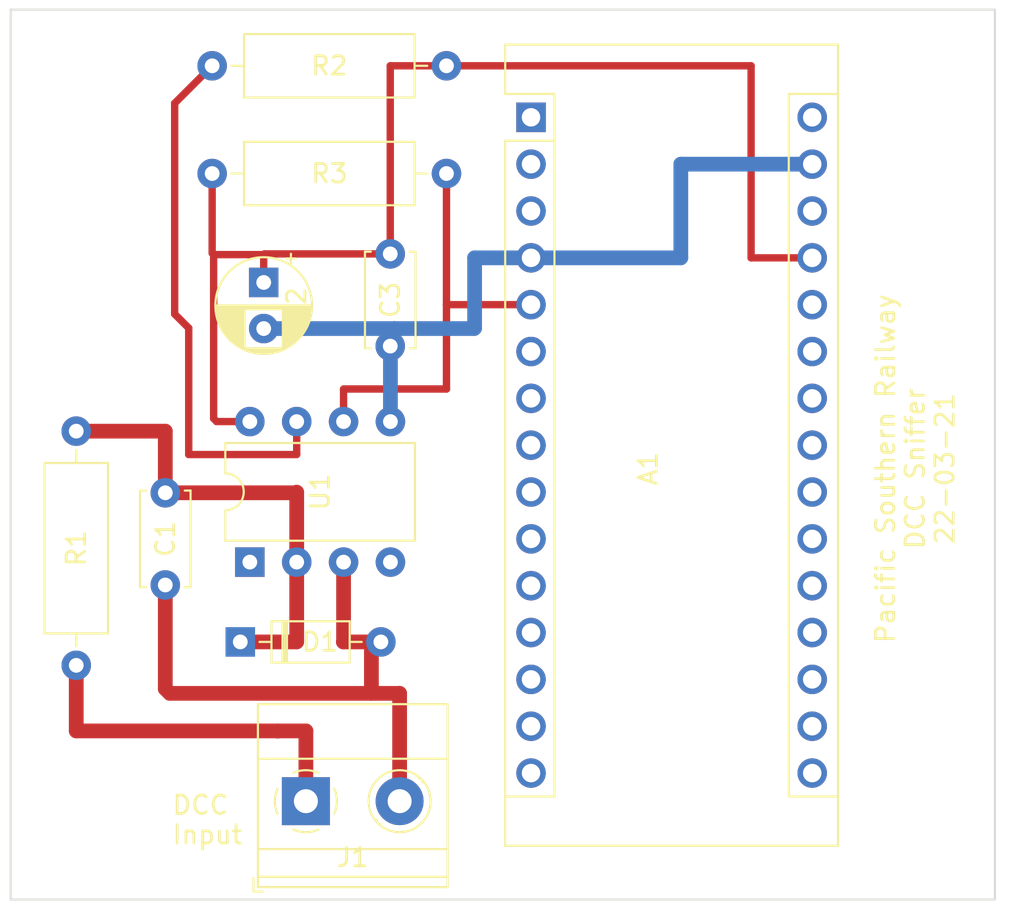
<source format=kicad_pcb>
(kicad_pcb (version 20240108) (generator "pcbnew") (generator_version "8.0")
  (layers (0 "F.Cu" signal) (31 "B.Cu" signal) (34 "B.Paste" user) (35 "F.Paste" user) (36 "B.SilkS" user "B.Silkscreen") (37 "F.SilkS" user "F.Silkscreen") (38 "B.Mask" user) (39 "F.Mask" user) (44 "Edge.Cuts" user))
  (net 0 "")
  (net 4 "GND")
  (net 5 "Net-(A1-Pad5)")
  (net 27 "+5V")
  (net 30 "Net-(C1-Pad1)")
  (net 31 "Net-(C1-Pad2)")
  (net 32 "Net-(J1-Pad1)")
  (net 33 "Net-(R2-Pad2)")
  (footprint "Diode_THT:D_DO-35_SOD27_P7.62mm_Horizontal" (layer "F.Cu") (at 108.966 46.99)
    (property "Reference" "D1" (at 4.318 0 0) (layer "F.SilkS"))
    (property "Value" "1N4148")
    (fp_line (start 1.04 0) (end 1.69 0) (stroke (width 0.12)) (layer "F.SilkS"))
    (fp_line (start 1.69 -1.12) (end 1.69 1.12) (stroke (width 0.12)) (layer "F.SilkS"))
    (fp_line (start 1.69 1.12) (end 5.93 1.12) (stroke (width 0.12)) (layer "F.SilkS"))
    (fp_line (start 2.29 -1.12) (end 2.29 1.12) (stroke (width 0.12)) (layer "F.SilkS"))
    (fp_line (start 2.41 -1.12) (end 2.41 1.12) (stroke (width 0.12)) (layer "F.SilkS"))
    (fp_line (start 2.53 -1.12) (end 2.53 1.12) (stroke (width 0.12)) (layer "F.SilkS"))
    (fp_line (start 5.93 -1.12) (end 1.69 -1.12) (stroke (width 0.12)) (layer "F.SilkS"))
    (fp_line (start 5.93 1.12) (end 5.93 -1.12) (stroke (width 0.12)) (layer "F.SilkS"))
    (fp_line (start 6.58 0) (end 5.93 0) (stroke (width 0.12)) (layer "F.SilkS"))
    (pad "1" thru_hole rect (at 0 0) (size 1.6 1.6) (drill 0.8) (layers "*.Cu" "*.Mask") (net 30 "Net-(C1-Pad1)"))
    (pad "2" thru_hole oval (at 7.62 0) (size 1.6 1.6) (drill 0.8) (layers "*.Cu" "*.Mask") (net 31 "Net-(C1-Pad2)"))
  )
  (footprint "Resistor_THT:R_Axial_DIN0309_L9.0mm_D3.2mm_P12.70mm_Horizontal" (layer "F.Cu") (at 120.142 15.748 180)
    (property "Reference" "R2" (at 6.35 0 0) (layer "F.SilkS"))
    (property "Value" "10K")
    (fp_line (start 11.66 0) (end 10.97 0) (stroke (width 0.12)) (layer "F.SilkS"))
    (fp_line (start 10.97 1.72) (end 10.97 -1.72) (stroke (width 0.12)) (layer "F.SilkS"))
    (fp_line (start 10.97 -1.72) (end 1.73 -1.72) (stroke (width 0.12)) (layer "F.SilkS"))
    (fp_line (start 1.73 1.72) (end 10.97 1.72) (stroke (width 0.12)) (layer "F.SilkS"))
    (fp_line (start 1.73 -1.72) (end 1.73 1.72) (stroke (width 0.12)) (layer "F.SilkS"))
    (fp_line (start 1.04 0) (end 1.73 0) (stroke (width 0.12)) (layer "F.SilkS"))
    (pad "1" thru_hole circle (at 0 0 180) (size 1.6 1.6) (drill 0.8) (layers "*.Cu" "*.Mask") (net 27 "+5V"))
    (pad "2" thru_hole oval (at 12.7 0 180) (size 1.6 1.6) (drill 0.8) (layers "*.Cu" "*.Mask") (net 33 "Net-(R2-Pad2)"))
  )
  (footprint "Capacitor_THT:C_Disc_D5.0mm_W2.5mm_P5.00mm" (layer "F.Cu") (at 104.902 38.902 -90)
    (property "Reference" "C1" (at 2.5 0 90) (layer "F.SilkS"))
    (property "Value" "270pf")
    (fp_line (start -0.12 1.37) (end 5.12 1.37) (stroke (width 0.12)) (layer "F.SilkS"))
    (fp_line (start -0.12 1.055) (end -0.12 1.37) (stroke (width 0.12)) (layer "F.SilkS"))
    (fp_line (start 5.12 1.055) (end 5.12 1.37) (stroke (width 0.12)) (layer "F.SilkS"))
    (fp_line (start -0.12 -1.37) (end -0.12 -1.055) (stroke (width 0.12)) (layer "F.SilkS"))
    (fp_line (start -0.12 -1.37) (end 5.12 -1.37) (stroke (width 0.12)) (layer "F.SilkS"))
    (fp_line (start 5.12 -1.37) (end 5.12 -1.055) (stroke (width 0.12)) (layer "F.SilkS"))
    (pad "1" thru_hole circle (at 0 0 270) (size 1.6 1.6) (drill 0.8) (layers "*.Cu" "*.Mask") (net 30 "Net-(C1-Pad1)"))
    (pad "2" thru_hole circle (at 5 0 270) (size 1.6 1.6) (drill 0.8) (layers "*.Cu" "*.Mask") (net 31 "Net-(C1-Pad2)"))
  )
  (footprint "MountingHole:MountingHole_3.2mm_M3" (layer "F.Cu") (at 146.304 17.272)
    (property "Reference" "H2" (hide yes))
    (property "Value" "MountingHole")
    (pad "" np_thru_hole circle (at 0 0) (size 3.2 3.2) (drill 3.2) (layers "*.Cu" "*.Mask"))
  )
  (footprint "MountingHole:MountingHole_3.2mm_M3" (layer "F.Cu") (at 101.092 17.272)
    (property "Reference" "H3" (hide yes))
    (property "Value" "MountingHole")
    (pad "" np_thru_hole circle (at 0 0) (size 3.2 3.2) (drill 3.2) (layers "*.Cu" "*.Mask"))
  )
  (footprint "Package_DIP:DIP-8_W7.62mm" (layer "F.Cu") (at 109.484 42.662 90)
    (property "Reference" "U1" (at 3.81 3.8 90) (layer "F.SilkS"))
    (property "Value" "6N137")
    (fp_line (start 6.46 -1.33) (end 4.81 -1.33) (stroke (width 0.12)) (layer "F.SilkS"))
    (fp_line (start 2.81 -1.33) (end 1.16 -1.33) (stroke (width 0.12)) (layer "F.SilkS"))
    (fp_line (start 1.16 -1.33) (end 1.16 8.95) (stroke (width 0.12)) (layer "F.SilkS"))
    (fp_line (start 6.46 8.95) (end 6.46 -1.33) (stroke (width 0.12)) (layer "F.SilkS"))
    (fp_line (start 1.16 8.95) (end 6.46 8.95) (stroke (width 0.12)) (layer "F.SilkS"))
    (fp_arc (start 4.81 -1.33) (mid 3.81 -0.33) (end 2.81 -1.33) (stroke (width 0.12)) (layer "F.SilkS"))
    (pad "1" thru_hole rect (at 0 0 90) (size 1.6 1.6) (drill 0.8) (layers "*.Cu" "*.Mask"))
    (pad "2" thru_hole oval (at 0 2.54 90) (size 1.6 1.6) (drill 0.8) (layers "*.Cu" "*.Mask") (net 30 "Net-(C1-Pad1)"))
    (pad "3" thru_hole oval (at 0 5.08 90) (size 1.6 1.6) (drill 0.8) (layers "*.Cu" "*.Mask") (net 31 "Net-(C1-Pad2)"))
    (pad "4" thru_hole oval (at 0 7.62 90) (size 1.6 1.6) (drill 0.8) (layers "*.Cu" "*.Mask"))
    (pad "5" thru_hole oval (at 7.62 7.62 90) (size 1.6 1.6) (drill 0.8) (layers "*.Cu" "*.Mask") (net 4 "GND"))
    (pad "6" thru_hole oval (at 7.62 5.08 90) (size 1.6 1.6) (drill 0.8) (layers "*.Cu" "*.Mask") (net 5 "Net-(A1-Pad5)"))
    (pad "7" thru_hole oval (at 7.62 2.54 90) (size 1.6 1.6) (drill 0.8) (layers "*.Cu" "*.Mask") (net 33 "Net-(R2-Pad2)"))
    (pad "8" thru_hole oval (at 7.62 0 90) (size 1.6 1.6) (drill 0.8) (layers "*.Cu" "*.Mask") (net 27 "+5V"))
  )
  (footprint "Resistor_THT:R_Axial_DIN0309_L9.0mm_D3.2mm_P12.70mm_Horizontal" (layer "F.Cu") (at 107.442 21.59)
    (property "Reference" "R3" (at 6.35 0 0) (layer "F.SilkS"))
    (property "Value" "5K")
    (fp_line (start 1.04 0) (end 1.73 0) (stroke (width 0.12)) (layer "F.SilkS"))
    (fp_line (start 1.73 -1.72) (end 1.73 1.72) (stroke (width 0.12)) (layer "F.SilkS"))
    (fp_line (start 1.73 1.72) (end 10.97 1.72) (stroke (width 0.12)) (layer "F.SilkS"))
    (fp_line (start 10.97 -1.72) (end 1.73 -1.72) (stroke (width 0.12)) (layer "F.SilkS"))
    (fp_line (start 10.97 1.72) (end 10.97 -1.72) (stroke (width 0.12)) (layer "F.SilkS"))
    (fp_line (start 11.66 0) (end 10.97 0) (stroke (width 0.12)) (layer "F.SilkS"))
    (pad "1" thru_hole circle (at 0 0) (size 1.6 1.6) (drill 0.8) (layers "*.Cu" "*.Mask") (net 27 "+5V"))
    (pad "2" thru_hole oval (at 12.7 0) (size 1.6 1.6) (drill 0.8) (layers "*.Cu" "*.Mask") (net 5 "Net-(A1-Pad5)"))
  )
  (footprint "Capacitor_THT:C_Disc_D5.0mm_W2.5mm_P5.00mm" (layer "F.Cu") (at 117.094 25.948 -90)
    (property "Reference" "C3" (at 2.5 0 90) (layer "F.SilkS"))
    (property "Value" "0.1uf 25v")
    (fp_line (start -0.12 1.37) (end 5.12 1.37) (stroke (width 0.12)) (layer "F.SilkS"))
    (fp_line (start -0.12 1.055) (end -0.12 1.37) (stroke (width 0.12)) (layer "F.SilkS"))
    (fp_line (start 5.12 1.055) (end 5.12 1.37) (stroke (width 0.12)) (layer "F.SilkS"))
    (fp_line (start -0.12 -1.37) (end -0.12 -1.055) (stroke (width 0.12)) (layer "F.SilkS"))
    (fp_line (start -0.12 -1.37) (end 5.12 -1.37) (stroke (width 0.12)) (layer "F.SilkS"))
    (fp_line (start 5.12 -1.37) (end 5.12 -1.055) (stroke (width 0.12)) (layer "F.SilkS"))
    (pad "1" thru_hole circle (at 0 0 270) (size 1.6 1.6) (drill 0.8) (layers "*.Cu" "*.Mask") (net 27 "+5V"))
    (pad "2" thru_hole circle (at 5 0 270) (size 1.6 1.6) (drill 0.8) (layers "*.Cu" "*.Mask") (net 4 "GND"))
  )
  (footprint "Capacitor_THT:CP_Radial_D5.0mm_P2.50mm" (layer "F.Cu") (at 110.236 27.496888 -90)
    (property "Reference" "C2" (at 1.25 -1.778 90) (layer "F.SilkS"))
    (property "Value" "22uf 25V")
    (fp_line (start 1.49 1.04) (end 1.49 2.569) (stroke (width 0.12)) (layer "F.SilkS"))
    (fp_line (start 1.53 1.04) (end 1.53 2.565) (stroke (width 0.12)) (layer "F.SilkS"))
    (fp_line (start 1.57 1.04) (end 1.57 2.561) (stroke (width 0.12)) (layer "F.SilkS"))
    (fp_line (start 1.61 1.04) (end 1.61 2.556) (stroke (width 0.12)) (layer "F.SilkS"))
    (fp_line (start 1.65 1.04) (end 1.65 2.55) (stroke (width 0.12)) (layer "F.SilkS"))
    (fp_line (start 1.69 1.04) (end 1.69 2.543) (stroke (width 0.12)) (layer "F.SilkS"))
    (fp_line (start 1.73 1.04) (end 1.73 2.536) (stroke (width 0.12)) (layer "F.SilkS"))
    (fp_line (start 1.77 1.04) (end 1.77 2.528) (stroke (width 0.12)) (layer "F.SilkS"))
    (fp_line (start 1.81 1.04) (end 1.81 2.52) (stroke (width 0.12)) (layer "F.SilkS"))
    (fp_line (start 1.85 1.04) (end 1.85 2.511) (stroke (width 0.12)) (layer "F.SilkS"))
    (fp_line (start 1.89 1.04) (end 1.89 2.501) (stroke (width 0.12)) (layer "F.SilkS"))
    (fp_line (start 1.93 1.04) (end 1.93 2.491) (stroke (width 0.12)) (layer "F.SilkS"))
    (fp_line (start 1.971 1.04) (end 1.971 2.48) (stroke (width 0.12)) (layer "F.SilkS"))
    (fp_line (start 2.011 1.04) (end 2.011 2.468) (stroke (width 0.12)) (layer "F.SilkS"))
    (fp_line (start 2.051 1.04) (end 2.051 2.455) (stroke (width 0.12)) (layer "F.SilkS"))
    (fp_line (start 2.091 1.04) (end 2.091 2.442) (stroke (width 0.12)) (layer "F.SilkS"))
    (fp_line (start 2.131 1.04) (end 2.131 2.428) (stroke (width 0.12)) (layer "F.SilkS"))
    (fp_line (start 2.171 1.04) (end 2.171 2.414) (stroke (width 0.12)) (layer "F.SilkS"))
    (fp_line (start 2.211 1.04) (end 2.211 2.398) (stroke (width 0.12)) (layer "F.SilkS"))
    (fp_line (start 2.251 1.04) (end 2.251 2.382) (stroke (width 0.12)) (layer "F.SilkS"))
    (fp_line (start 2.291 1.04) (end 2.291 2.365) (stroke (width 0.12)) (layer "F.SilkS"))
    (fp_line (start 2.331 1.04) (end 2.331 2.348) (stroke (width 0.12)) (layer "F.SilkS"))
    (fp_line (start 2.371 1.04) (end 2.371 2.329) (stroke (width 0.12)) (layer "F.SilkS"))
    (fp_line (start 2.411 1.04) (end 2.411 2.31) (stroke (width 0.12)) (layer "F.SilkS"))
    (fp_line (start 2.451 1.04) (end 2.451 2.29) (stroke (width 0.12)) (layer "F.SilkS"))
    (fp_line (start 2.491 1.04) (end 2.491 2.268) (stroke (width 0.12)) (layer "F.SilkS"))
    (fp_line (start 2.531 1.04) (end 2.531 2.247) (stroke (width 0.12)) (layer "F.SilkS"))
    (fp_line (start 2.571 1.04) (end 2.571 2.224) (stroke (width 0.12)) (layer "F.SilkS"))
    (fp_line (start 2.611 1.04) (end 2.611 2.2) (stroke (width 0.12)) (layer "F.SilkS"))
    (fp_line (start 2.651 1.04) (end 2.651 2.175) (stroke (width 0.12)) (layer "F.SilkS"))
    (fp_line (start 2.691 1.04) (end 2.691 2.149) (stroke (width 0.12)) (layer "F.SilkS"))
    (fp_line (start 2.731 1.04) (end 2.731 2.122) (stroke (width 0.12)) (layer "F.SilkS"))
    (fp_line (start 2.771 1.04) (end 2.771 2.095) (stroke (width 0.12)) (layer "F.SilkS"))
    (fp_line (start 2.811 1.04) (end 2.811 2.065) (stroke (width 0.12)) (layer "F.SilkS"))
    (fp_line (start 2.851 1.04) (end 2.851 2.035) (stroke (width 0.12)) (layer "F.SilkS"))
    (fp_line (start 2.891 1.04) (end 2.891 2.004) (stroke (width 0.12)) (layer "F.SilkS"))
    (fp_line (start 2.931 1.04) (end 2.931 1.971) (stroke (width 0.12)) (layer "F.SilkS"))
    (fp_line (start 2.971 1.04) (end 2.971 1.937) (stroke (width 0.12)) (layer "F.SilkS"))
    (fp_line (start 3.011 1.04) (end 3.011 1.901) (stroke (width 0.12)) (layer "F.SilkS"))
    (fp_line (start 3.051 1.04) (end 3.051 1.864) (stroke (width 0.12)) (layer "F.SilkS"))
    (fp_line (start 3.091 1.04) (end 3.091 1.826) (stroke (width 0.12)) (layer "F.SilkS"))
    (fp_line (start 3.131 1.04) (end 3.131 1.785) (stroke (width 0.12)) (layer "F.SilkS"))
    (fp_line (start 3.171 1.04) (end 3.171 1.743) (stroke (width 0.12)) (layer "F.SilkS"))
    (fp_line (start 3.211 1.04) (end 3.211 1.699) (stroke (width 0.12)) (layer "F.SilkS"))
    (fp_line (start 3.251 1.04) (end 3.251 1.653) (stroke (width 0.12)) (layer "F.SilkS"))
    (fp_line (start 3.291 1.04) (end 3.291 1.605) (stroke (width 0.12)) (layer "F.SilkS"))
    (fp_line (start 3.331 1.04) (end 3.331 1.554) (stroke (width 0.12)) (layer "F.SilkS"))
    (fp_line (start 3.371 1.04) (end 3.371 1.5) (stroke (width 0.12)) (layer "F.SilkS"))
    (fp_line (start 3.411 1.04) (end 3.411 1.443) (stroke (width 0.12)) (layer "F.SilkS"))
    (fp_line (start 3.451 1.04) (end 3.451 1.383) (stroke (width 0.12)) (layer "F.SilkS"))
    (fp_line (start 3.491 1.04) (end 3.491 1.319) (stroke (width 0.12)) (layer "F.SilkS"))
    (fp_line (start 3.531 1.04) (end 3.531 1.251) (stroke (width 0.12)) (layer "F.SilkS"))
    (fp_line (start 3.851 -0.284) (end 3.851 0.284) (stroke (width 0.12)) (layer "F.SilkS"))
    (fp_line (start 3.811 -0.518) (end 3.811 0.518) (stroke (width 0.12)) (layer "F.SilkS"))
    (fp_line (start 3.771 -0.677) (end 3.771 0.677) (stroke (width 0.12)) (layer "F.SilkS"))
    (fp_line (start 3.731 -0.805) (end 3.731 0.805) (stroke (width 0.12)) (layer "F.SilkS"))
    (fp_line (start 3.691 -0.915) (end 3.691 0.915) (stroke (width 0.12)) (layer "F.SilkS"))
    (fp_line (start 3.651 -1.011) (end 3.651 1.011) (stroke (width 0.12)) (layer "F.SilkS"))
    (fp_line (start 3.611 -1.098) (end 3.611 1.098) (stroke (width 0.12)) (layer "F.SilkS"))
    (fp_line (start 3.571 -1.178) (end 3.571 1.178) (stroke (width 0.12)) (layer "F.SilkS"))
    (fp_line (start 3.531 -1.251) (end 3.531 -1.04) (stroke (width 0.12)) (layer "F.SilkS"))
    (fp_line (start 3.491 -1.319) (end 3.491 -1.04) (stroke (width 0.12)) (layer "F.SilkS"))
    (fp_line (start 3.451 -1.383) (end 3.451 -1.04) (stroke (width 0.12)) (layer "F.SilkS"))
    (fp_line (start 3.411 -1.443) (end 3.411 -1.04) (stroke (width 0.12)) (layer "F.SilkS"))
    (fp_line (start -1.554775 -1.475) (end -1.054775 -1.475) (stroke (width 0.12)) (layer "F.SilkS"))
    (fp_line (start 3.371 -1.5) (end 3.371 -1.04) (stroke (width 0.12)) (layer "F.SilkS"))
    (fp_line (start 3.331 -1.554) (end 3.331 -1.04) (stroke (width 0.12)) (layer "F.SilkS"))
    (fp_line (start 3.291 -1.605) (end 3.291 -1.04) (stroke (width 0.12)) (layer "F.SilkS"))
    (fp_line (start 3.251 -1.653) (end 3.251 -1.04) (stroke (width 0.12)) (layer "F.SilkS"))
    (fp_line (start 3.211 -1.699) (end 3.211 -1.04) (stroke (width 0.12)) (layer "F.SilkS"))
    (fp_line (start -1.304775 -1.725) (end -1.304775 -1.225) (stroke (width 0.12)) (layer "F.SilkS"))
    (fp_line (start 3.171 -1.743) (end 3.171 -1.04) (stroke (width 0.12)) (layer "F.SilkS"))
    (fp_line (start 3.131 -1.785) (end 3.131 -1.04) (stroke (width 0.12)) (layer "F.SilkS"))
    (fp_line (start 3.091 -1.826) (end 3.091 -1.04) (stroke (width 0.12)) (layer "F.SilkS"))
    (fp_line (start 3.051 -1.864) (end 3.051 -1.04) (stroke (width 0.12)) (layer "F.SilkS"))
    (fp_line (start 3.011 -1.901) (end 3.011 -1.04) (stroke (width 0.12)) (layer "F.SilkS"))
    (fp_line (start 2.971 -1.937) (end 2.971 -1.04) (stroke (width 0.12)) (layer "F.SilkS"))
    (fp_line (start 2.931 -1.971) (end 2.931 -1.04) (stroke (width 0.12)) (layer "F.SilkS"))
    (fp_line (start 2.891 -2.004) (end 2.891 -1.04) (stroke (width 0.12)) (layer "F.SilkS"))
    (fp_line (start 2.851 -2.035) (end 2.851 -1.04) (stroke (width 0.12)) (layer "F.SilkS"))
    (fp_line (start 2.811 -2.065) (end 2.811 -1.04) (stroke (width 0.12)) (layer "F.SilkS"))
    (fp_line (start 2.771 -2.095) (end 2.771 -1.04) (stroke (width 0.12)) (layer "F.SilkS"))
    (fp_line (start 2.731 -2.122) (end 2.731 -1.04) (stroke (width 0.12)) (layer "F.SilkS"))
    (fp_line (start 2.691 -2.149) (end 2.691 -1.04) (stroke (width 0.12)) (layer "F.SilkS"))
    (fp_line (start 2.651 -2.175) (end 2.651 -1.04) (stroke (width 0.12)) (layer "F.SilkS"))
    (fp_line (start 2.611 -2.2) (end 2.611 -1.04) (stroke (width 0.12)) (layer "F.SilkS"))
    (fp_line (start 2.571 -2.224) (end 2.571 -1.04) (stroke (width 0.12)) (layer "F.SilkS"))
    (fp_line (start 2.531 -2.247) (end 2.531 -1.04) (stroke (width 0.12)) (layer "F.SilkS"))
    (fp_line (start 2.491 -2.268) (end 2.491 -1.04) (stroke (width 0.12)) (layer "F.SilkS"))
    (fp_line (start 2.451 -2.29) (end 2.451 -1.04) (stroke (width 0.12)) (layer "F.SilkS"))
    (fp_line (start 2.411 -2.31) (end 2.411 -1.04) (stroke (width 0.12)) (layer "F.SilkS"))
    (fp_line (start 2.371 -2.329) (end 2.371 -1.04) (stroke (width 0.12)) (layer "F.SilkS"))
    (fp_line (start 2.331 -2.348) (end 2.331 -1.04) (stroke (width 0.12)) (layer "F.SilkS"))
    (fp_line (start 2.291 -2.365) (end 2.291 -1.04) (stroke (width 0.12)) (layer "F.SilkS"))
    (fp_line (start 2.251 -2.382) (end 2.251 -1.04) (stroke (width 0.12)) (layer "F.SilkS"))
    (fp_line (start 2.211 -2.398) (end 2.211 -1.04) (stroke (width 0.12)) (layer "F.SilkS"))
    (fp_line (start 2.171 -2.414) (end 2.171 -1.04) (stroke (width 0.12)) (layer "F.SilkS"))
    (fp_line (start 2.131 -2.428) (end 2.131 -1.04) (stroke (width 0.12)) (layer "F.SilkS"))
    (fp_line (start 2.091 -2.442) (end 2.091 -1.04) (stroke (width 0.12)) (layer "F.SilkS"))
    (fp_line (start 2.051 -2.455) (end 2.051 -1.04) (stroke (width 0.12)) (layer "F.SilkS"))
    (fp_line (start 2.011 -2.468) (end 2.011 -1.04) (stroke (width 0.12)) (layer "F.SilkS"))
    (fp_line (start 1.971 -2.48) (end 1.971 -1.04) (stroke (width 0.12)) (layer "F.SilkS"))
    (fp_line (start 1.93 -2.491) (end 1.93 -1.04) (stroke (width 0.12)) (layer "F.SilkS"))
    (fp_line (start 1.89 -2.501) (end 1.89 -1.04) (stroke (width 0.12)) (layer "F.SilkS"))
    (fp_line (start 1.85 -2.511) (end 1.85 -1.04) (stroke (width 0.12)) (layer "F.SilkS"))
    (fp_line (start 1.81 -2.52) (end 1.81 -1.04) (stroke (width 0.12)) (layer "F.SilkS"))
    (fp_line (start 1.77 -2.528) (end 1.77 -1.04) (stroke (width 0.12)) (layer "F.SilkS"))
    (fp_line (start 1.73 -2.536) (end 1.73 -1.04) (stroke (width 0.12)) (layer "F.SilkS"))
    (fp_line (start 1.69 -2.543) (end 1.69 -1.04) (stroke (width 0.12)) (layer "F.SilkS"))
    (fp_line (start 1.65 -2.55) (end 1.65 -1.04) (stroke (width 0.12)) (layer "F.SilkS"))
    (fp_line (start 1.61 -2.556) (end 1.61 -1.04) (stroke (width 0.12)) (layer "F.SilkS"))
    (fp_line (start 1.57 -2.561) (end 1.57 -1.04) (stroke (width 0.12)) (layer "F.SilkS"))
    (fp_line (start 1.53 -2.565) (end 1.53 -1.04) (stroke (width 0.12)) (layer "F.SilkS"))
    (fp_line (start 1.49 -2.569) (end 1.49 -1.04) (stroke (width 0.12)) (layer "F.SilkS"))
    (fp_line (start 1.45 -2.573) (end 1.45 2.573) (stroke (width 0.12)) (layer "F.SilkS"))
    (fp_line (start 1.41 -2.576) (end 1.41 2.576) (stroke (width 0.12)) (layer "F.SilkS"))
    (fp_line (start 1.37 -2.578) (end 1.37 2.578) (stroke (width 0.12)) (layer "F.SilkS"))
    (fp_line (start 1.33 -2.579) (end 1.33 2.579) (stroke (width 0.12)) (layer "F.SilkS"))
    (fp_line (start 1.25 -2.58) (end 1.25 2.58) (stroke (width 0.12)) (layer "F.SilkS"))
    (fp_line (start 1.29 -2.58) (end 1.29 2.58) (stroke (width 0.12)) (layer "F.SilkS"))
    (fp_circle (center 1.25 0) (end 3.87 0) (stroke (width 0.12)) (fill none) (layer "F.SilkS"))
    (pad "1" thru_hole rect (at 0 0 270) (size 1.6 1.6) (drill 0.8) (layers "*.Cu" "*.Mask") (net 27 "+5V"))
    (pad "2" thru_hole circle (at 2.5 0 270) (size 1.6 1.6) (drill 0.8) (layers "*.Cu" "*.Mask") (net 4 "GND"))
  )
  (footprint "Module:Arduino_Nano" (layer "F.Cu") (at 124.724 18.542)
    (property "Reference" "A1" (at 6.34 19.05 90) (layer "F.SilkS"))
    (property "Value" "Arduino_Nano_v3.x")
    (fp_line (start -1.4 -3.94) (end -1.4 -1.27) (stroke (width 0.12)) (layer "F.SilkS"))
    (fp_line (start -1.4 1.27) (end -1.4 39.5) (stroke (width 0.12)) (layer "F.SilkS"))
    (fp_line (start -1.4 39.5) (end 16.64 39.5) (stroke (width 0.12)) (layer "F.SilkS"))
    (fp_line (start 1.27 -1.27) (end -1.4 -1.27) (stroke (width 0.12)) (layer "F.SilkS"))
    (fp_line (start 1.27 1.27) (end -1.4 1.27) (stroke (width 0.12)) (layer "F.SilkS"))
    (fp_line (start 1.27 1.27) (end 1.27 -1.27) (stroke (width 0.12)) (layer "F.SilkS"))
    (fp_line (start 1.27 1.27) (end 1.27 36.83) (stroke (width 0.12)) (layer "F.SilkS"))
    (fp_line (start 1.27 36.83) (end -1.4 36.83) (stroke (width 0.12)) (layer "F.SilkS"))
    (fp_line (start 13.97 -1.27) (end 13.97 36.83) (stroke (width 0.12)) (layer "F.SilkS"))
    (fp_line (start 13.97 -1.27) (end 16.64 -1.27) (stroke (width 0.12)) (layer "F.SilkS"))
    (fp_line (start 13.97 36.83) (end 16.64 36.83) (stroke (width 0.12)) (layer "F.SilkS"))
    (fp_line (start 16.64 -3.94) (end -1.4 -3.94) (stroke (width 0.12)) (layer "F.SilkS"))
    (fp_line (start 16.64 39.5) (end 16.64 -3.94) (stroke (width 0.12)) (layer "F.SilkS"))
    (pad "1" thru_hole rect (at 0 0) (size 1.6 1.6) (drill 1) (layers "*.Cu" "*.Mask"))
    (pad "2" thru_hole oval (at 0 2.54) (size 1.6 1.6) (drill 1) (layers "*.Cu" "*.Mask"))
    (pad "3" thru_hole oval (at 0 5.08) (size 1.6 1.6) (drill 1) (layers "*.Cu" "*.Mask"))
    (pad "4" thru_hole oval (at 0 7.62) (size 1.6 1.6) (drill 1) (layers "*.Cu" "*.Mask") (net 4 "GND"))
    (pad "5" thru_hole oval (at 0 10.16) (size 1.6 1.6) (drill 1) (layers "*.Cu" "*.Mask") (net 5 "Net-(A1-Pad5)"))
    (pad "6" thru_hole oval (at 0 12.7) (size 1.6 1.6) (drill 1) (layers "*.Cu" "*.Mask"))
    (pad "7" thru_hole oval (at 0 15.24) (size 1.6 1.6) (drill 1) (layers "*.Cu" "*.Mask"))
    (pad "8" thru_hole oval (at 0 17.78) (size 1.6 1.6) (drill 1) (layers "*.Cu" "*.Mask"))
    (pad "9" thru_hole oval (at 0 20.32) (size 1.6 1.6) (drill 1) (layers "*.Cu" "*.Mask"))
    (pad "10" thru_hole oval (at 0 22.86) (size 1.6 1.6) (drill 1) (layers "*.Cu" "*.Mask"))
    (pad "11" thru_hole oval (at 0 25.4) (size 1.6 1.6) (drill 1) (layers "*.Cu" "*.Mask"))
    (pad "12" thru_hole oval (at 0 27.94) (size 1.6 1.6) (drill 1) (layers "*.Cu" "*.Mask"))
    (pad "13" thru_hole oval (at 0 30.48) (size 1.6 1.6) (drill 1) (layers "*.Cu" "*.Mask"))
    (pad "14" thru_hole oval (at 0 33.02) (size 1.6 1.6) (drill 1) (layers "*.Cu" "*.Mask"))
    (pad "15" thru_hole oval (at 0 35.56) (size 1.6 1.6) (drill 1) (layers "*.Cu" "*.Mask"))
    (pad "16" thru_hole oval (at 15.24 35.56) (size 1.6 1.6) (drill 1) (layers "*.Cu" "*.Mask"))
    (pad "17" thru_hole oval (at 15.24 33.02) (size 1.6 1.6) (drill 1) (layers "*.Cu" "*.Mask"))
    (pad "18" thru_hole oval (at 15.24 30.48) (size 1.6 1.6) (drill 1) (layers "*.Cu" "*.Mask"))
    (pad "19" thru_hole oval (at 15.24 27.94) (size 1.6 1.6) (drill 1) (layers "*.Cu" "*.Mask"))
    (pad "20" thru_hole oval (at 15.24 25.4) (size 1.6 1.6) (drill 1) (layers "*.Cu" "*.Mask"))
    (pad "21" thru_hole oval (at 15.24 22.86) (size 1.6 1.6) (drill 1) (layers "*.Cu" "*.Mask"))
    (pad "22" thru_hole oval (at 15.24 20.32) (size 1.6 1.6) (drill 1) (layers "*.Cu" "*.Mask"))
    (pad "23" thru_hole oval (at 15.24 17.78) (size 1.6 1.6) (drill 1) (layers "*.Cu" "*.Mask"))
    (pad "24" thru_hole oval (at 15.24 15.24) (size 1.6 1.6) (drill 1) (layers "*.Cu" "*.Mask"))
    (pad "25" thru_hole oval (at 15.24 12.7) (size 1.6 1.6) (drill 1) (layers "*.Cu" "*.Mask"))
    (pad "26" thru_hole oval (at 15.24 10.16) (size 1.6 1.6) (drill 1) (layers "*.Cu" "*.Mask"))
    (pad "27" thru_hole oval (at 15.24 7.62) (size 1.6 1.6) (drill 1) (layers "*.Cu" "*.Mask") (net 27 "+5V"))
    (pad "28" thru_hole oval (at 15.24 5.08) (size 1.6 1.6) (drill 1) (layers "*.Cu" "*.Mask"))
    (pad "29" thru_hole oval (at 15.24 2.54) (size 1.6 1.6) (drill 1) (layers "*.Cu" "*.Mask") (net 4 "GND"))
    (pad "30" thru_hole oval (at 15.24 0) (size 1.6 1.6) (drill 1) (layers "*.Cu" "*.Mask"))
  )
  (footprint "TerminalBlock_Phoenix:TerminalBlock_Phoenix_MKDS-1,5-2-5.08_1x02_P5.08mm_Horizontal" (layer "F.Cu") (at 112.522 55.626)
    (property "Reference" "J1" (at 2.54 3.048 0) (layer "F.SilkS"))
    (property "Value" " ")
    (fp_line (start -2.84 4.16) (end -2.84 4.9) (stroke (width 0.12)) (layer "F.SilkS"))
    (fp_line (start -2.84 4.9) (end -2.34 4.9) (stroke (width 0.12)) (layer "F.SilkS"))
    (fp_line (start -2.6 -5.261) (end -2.6 4.66) (stroke (width 0.12)) (layer "F.SilkS"))
    (fp_line (start -2.6 -5.261) (end 7.68 -5.261) (stroke (width 0.12)) (layer "F.SilkS"))
    (fp_line (start -2.6 -2.301) (end 7.68 -2.301) (stroke (width 0.12)) (layer "F.SilkS"))
    (fp_line (start -2.6 2.6) (end 7.68 2.6) (stroke (width 0.12)) (layer "F.SilkS"))
    (fp_line (start -2.6 4.1) (end 7.68 4.1) (stroke (width 0.12)) (layer "F.SilkS"))
    (fp_line (start -2.6 4.66) (end 7.68 4.66) (stroke (width 0.12)) (layer "F.SilkS"))
    (fp_line (start 3.853 1.023) (end 3.806 1.069) (stroke (width 0.12)) (layer "F.SilkS"))
    (fp_line (start 4.046 1.239) (end 4.011 1.274) (stroke (width 0.12)) (layer "F.SilkS"))
    (fp_line (start 6.15 -1.275) (end 6.115 -1.239) (stroke (width 0.12)) (layer "F.SilkS"))
    (fp_line (start 6.355 -1.069) (end 6.308 -1.023) (stroke (width 0.12)) (layer "F.SilkS"))
    (fp_line (start 7.68 -5.261) (end 7.68 4.66) (stroke (width 0.12)) (layer "F.SilkS"))
    (fp_arc (start -1.535427 0.683042) (mid -1.680501 -0.000524) (end -1.535 -0.684) (stroke (width 0.12)) (layer "F.SilkS"))
    (fp_arc (start -0.683042 -1.535427) (mid 0.000524 -1.680501) (end 0.684 -1.535) (stroke (width 0.12)) (layer "F.SilkS"))
    (fp_arc (start 0.028805 1.680253) (mid -0.335551 1.646659) (end -0.684 1.535) (stroke (width 0.12)) (layer "F.SilkS"))
    (fp_arc (start 0.683318 1.534756) (mid 0.349292 1.643288) (end 0 1.68) (stroke (width 0.12)) (layer "F.SilkS"))
    (fp_arc (start 1.535427 -0.683042) (mid 1.680501 0.000524) (end 1.535 0.684) (stroke (width 0.12)) (layer "F.SilkS"))
    (fp_circle (center 5.08 0) (end 6.76 0) (stroke (width 0.12)) (fill none) (layer "F.SilkS"))
    (pad "1" thru_hole rect (at 0 0) (size 2.6 2.6) (drill 1.3) (layers "*.Cu" "*.Mask") (net 32 "Net-(J1-Pad1)"))
    (pad "2" thru_hole circle (at 5.08 0) (size 2.6 2.6) (drill 1.3) (layers "*.Cu" "*.Mask") (net 31 "Net-(C1-Pad2)"))
  )
  (footprint "Resistor_THT:R_Axial_DIN0309_L9.0mm_D3.2mm_P12.70mm_Horizontal" (layer "F.Cu") (at 100.076 48.26 90)
    (property "Reference" "R1" (at 6.35 0 90) (layer "F.SilkS"))
    (property "Value" "1.3K")
    (fp_line (start 10.97 -1.72) (end 1.73 -1.72) (stroke (width 0.12)) (layer "F.SilkS"))
    (fp_line (start 1.73 -1.72) (end 1.73 1.72) (stroke (width 0.12)) (layer "F.SilkS"))
    (fp_line (start 11.66 0) (end 10.97 0) (stroke (width 0.12)) (layer "F.SilkS"))
    (fp_line (start 1.04 0) (end 1.73 0) (stroke (width 0.12)) (layer "F.SilkS"))
    (fp_line (start 10.97 1.72) (end 10.97 -1.72) (stroke (width 0.12)) (layer "F.SilkS"))
    (fp_line (start 1.73 1.72) (end 10.97 1.72) (stroke (width 0.12)) (layer "F.SilkS"))
    (pad "1" thru_hole circle (at 0 0 90) (size 1.6 1.6) (drill 0.8) (layers "*.Cu" "*.Mask") (net 32 "Net-(J1-Pad1)"))
    (pad "2" thru_hole oval (at 12.7 0 90) (size 1.6 1.6) (drill 0.8) (layers "*.Cu" "*.Mask") (net 30 "Net-(C1-Pad1)"))
  )
  (footprint "MountingHole:MountingHole_3.2mm_M3" (layer "F.Cu") (at 101.092 56.642)
    (property "Reference" "H4" (hide yes))
    (property "Value" "MountingHole")
    (pad "" np_thru_hole circle (at 0 0) (size 3.2 3.2) (drill 3.2) (layers "*.Cu" "*.Mask"))
  )
  (footprint "MountingHole:MountingHole_3.2mm_M3" (layer "F.Cu") (at 146.304 56.642)
    (property "Reference" "H1" (hide yes))
    (property "Value" "MountingHole")
    (pad "" np_thru_hole circle (at 0 0) (size 3.2 3.2) (drill 3.2) (layers "*.Cu" "*.Mask"))
  )
  (gr_line (start 149.86 12.7) (end 149.86 60.96) (stroke (width 0.1)) (layer "Edge.Cuts"))
  (gr_line (start 149.86 60.96) (end 96.52 60.96) (stroke (width 0.1)) (layer "Edge.Cuts"))
  (gr_line (start 96.52 60.96) (end 96.52 12.7) (stroke (width 0.1)) (layer "Edge.Cuts"))
  (gr_line (start 96.52 12.7) (end 149.86 12.7) (stroke (width 0.1)) (layer "Edge.Cuts"))
  (gr_text "Pacific Southern Railway\nDCC Sniffer\n22-03-21" (at 145.542 37.592 90) (layer "F.SilkS") (effects (font (size 1 1))))
  (gr_text "DCC \nInput" (at 107.188 56.642 0) (layer "F.SilkS") (effects (font (size 1 1))))
  (segment (start 117.104 35.042) (end 117.104 30.958) (width 0.8) (layer "B.Cu") (net 4))
  (segment (start 110.236 29.996888) (end 117.323112 29.996888) (width 0.8) (layer "B.Cu") (net 4))
  (segment (start 124.724 26.162) (end 132.842 26.162) (width 0.8) (layer "B.Cu") (net 4))
  (segment (start 132.842 21.082) (end 139.964 21.082) (width 0.8) (layer "B.Cu") (net 4))
  (segment (start 117.094 30.948) (end 117.094 30.226) (width 0.8) (layer "B.Cu") (net 4))
  (segment (start 117.323112 29.996888) (end 121.641112 29.996888) (width 0.8) (layer "B.Cu") (net 4))
  (segment (start 121.666 29.972) (end 121.666 26.162) (width 0.8) (layer "B.Cu") (net 4))
  (segment (start 132.842 26.162) (end 132.842 21.082) (width 0.8) (layer "B.Cu") (net 4))
  (segment (start 121.666 26.162) (end 124.724 26.162) (width 0.8) (layer "B.Cu") (net 4))
  (segment (start 121.641112 29.996888) (end 121.666 29.972) (width 0.8) (layer "B.Cu") (net 4))
  (segment (start 117.094 30.226) (end 117.323112 29.996888) (width 0.8) (layer "B.Cu") (net 4))
  (segment (start 117.104 30.958) (end 117.094 30.948) (width 0.8) (layer "B.Cu") (net 4))
  (segment (start 124.724 28.702) (end 120.142 28.702) (width 0.4) (layer "F.Cu") (net 5))
  (segment (start 114.574 33.274) (end 120.142 33.274) (width 0.4) (layer "F.Cu") (net 5))
  (segment (start 114.564 33.284) (end 114.574 33.274) (width 0.4) (layer "F.Cu") (net 5))
  (segment (start 114.564 35.042) (end 114.564 33.284) (width 0.4) (layer "F.Cu") (net 5))
  (segment (start 120.142 33.274) (end 120.142 28.702) (width 0.4) (layer "F.Cu") (net 5))
  (segment (start 120.142 28.702) (end 120.142 21.59) (width 0.4) (layer "F.Cu") (net 5))
  (segment (start 107.522 25.988) (end 110.236 25.988) (width 0.4) (layer "F.Cu") (net 27))
  (segment (start 107.522 34.878) (end 107.686 35.042) (width 0.4) (layer "F.Cu") (net 27))
  (segment (start 117.094 25.948) (end 110.276 25.948) (width 0.4) (layer "F.Cu") (net 27))
  (segment (start 136.652 15.748) (end 120.142 15.748) (width 0.4) (layer "F.Cu") (net 27))
  (segment (start 110.276 25.948) (end 110.236 25.988) (width 0.4) (layer "F.Cu") (net 27))
  (segment (start 107.686 35.042) (end 109.484 35.042) (width 0.4) (layer "F.Cu") (net 27))
  (segment (start 136.652 26.162) (end 136.652 15.748) (width 0.4) (layer "F.Cu") (net 27))
  (segment (start 139.964 26.162) (end 136.652 26.162) (width 0.4) (layer "F.Cu") (net 27))
  (segment (start 117.094 15.748) (end 117.094 25.948) (width 0.4) (layer "F.Cu") (net 27))
  (segment (start 120.142 15.748) (end 117.094 15.748) (width 0.4) (layer "F.Cu") (net 27))
  (segment (start 107.522 25.988) (end 107.522 34.878) (width 0.4) (layer "F.Cu") (net 27))
  (segment (start 107.442 21.59) (end 107.442 25.908) (width 0.4) (layer "F.Cu") (net 27))
  (segment (start 107.442 25.908) (end 107.522 25.988) (width 0.4) (layer "F.Cu") (net 27))
  (segment (start 110.236 25.988) (end 110.236 27.496888) (width 0.4) (layer "F.Cu") (net 27))
  (segment (start 112.024 42.662) (end 112.024 38.872) (width 0.8) (layer "F.Cu") (net 30))
  (segment (start 112.014 46.99) (end 108.966 46.99) (width 0.8) (layer "F.Cu") (net 30))
  (segment (start 112.024 46.98) (end 112.014 46.99) (width 0.8) (layer "F.Cu") (net 30))
  (segment (start 112.024 38.872) (end 111.994 38.902) (width 0.8) (layer "F.Cu") (net 30))
  (segment (start 104.902 38.902) (end 104.902 35.56) (width 0.8) (layer "F.Cu") (net 30))
  (segment (start 111.994 38.902) (end 104.902 38.902) (width 0.8) (layer "F.Cu") (net 30))
  (segment (start 104.902 35.56) (end 100.076 35.56) (width 0.8) (layer "F.Cu") (net 30))
  (segment (start 104.862 38.862) (end 104.902 38.902) (width 0.8) (layer "F.Cu") (net 30))
  (segment (start 112.024 42.662) (end 112.024 46.98) (width 0.8) (layer "F.Cu") (net 30))
  (segment (start 114.554 46.99) (end 114.564 46.98) (width 0.8) (layer "F.Cu") (net 31))
  (segment (start 116.073 47.503) (end 116.586 46.99) (width 0.8) (layer "F.Cu") (net 31))
  (segment (start 104.902 49.53) (end 105.151 49.779) (width 0.8) (layer "F.Cu") (net 31))
  (segment (start 114.564 46.98) (end 114.564 42.662) (width 0.8) (layer "F.Cu") (net 31))
  (segment (start 117.597 49.779) (end 116.073 49.779) (width 0.8) (layer "F.Cu") (net 31))
  (segment (start 116.586 46.99) (end 114.554 46.99) (width 0.8) (layer "F.Cu") (net 31))
  (segment (start 105.151 49.779) (end 116.073 49.779) (width 0.8) (layer "F.Cu") (net 31))
  (segment (start 104.902 43.902) (end 104.902 49.53) (width 0.8) (layer "F.Cu") (net 31))
  (segment (start 117.602 55.626) (end 117.602 49.784) (width 0.8) (layer "F.Cu") (net 31))
  (segment (start 116.073 49.779) (end 116.073 47.503) (width 0.8) (layer "F.Cu") (net 31))
  (segment (start 117.602 49.784) (end 117.597 49.779) (width 0.8) (layer "F.Cu") (net 31))
  (segment (start 110.993 51.821) (end 110.988 51.816) (width 0.8) (layer "F.Cu") (net 32))
  (segment (start 100.076 51.816) (end 100.076 48.26) (width 0.8) (layer "F.Cu") (net 32))
  (segment (start 110.993 51.821) (end 110.998 51.816) (width 0.8) (layer "F.Cu") (net 32))
  (segment (start 110.998 51.816) (end 112.522 51.816) (width 0.8) (layer "F.Cu") (net 32))
  (segment (start 110.988 51.816) (end 100.076 51.816) (width 0.8) (layer "F.Cu") (net 32))
  (segment (start 112.522 51.816) (end 112.522 55.626) (width 0.8) (layer "F.Cu") (net 32))
  (segment (start 106.172 29.972) (end 105.41 29.21) (width 0.4) (layer "F.Cu") (net 33))
  (segment (start 112.014 36.83) (end 106.172 36.83) (width 0.4) (layer "F.Cu") (net 33))
  (segment (start 106.172 36.83) (end 106.172 29.972) (width 0.4) (layer "F.Cu") (net 33))
  (segment (start 112.024 36.82) (end 112.014 36.83) (width 0.4) (layer "F.Cu") (net 33))
  (segment (start 105.41 17.78) (end 107.442 15.748) (width 0.4) (layer "F.Cu") (net 33))
  (segment (start 112.024 35.042) (end 112.024 36.82) (width 0.4) (layer "F.Cu") (net 33))
  (segment (start 105.41 29.21) (end 105.41 17.78) (width 0.4) (layer "F.Cu") (net 33))
)
</source>
